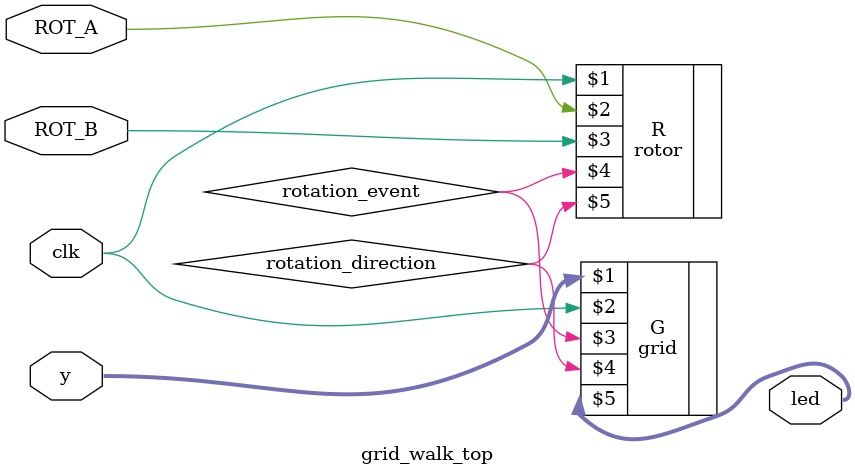
<source format=v>
`timescale 1ns / 1ps
module grid_walk_top(clk, ROT_A, ROT_B, y, led
    );

	input clk, ROT_A, ROT_B;
	input [3:0] y;
	
	output [7:0] led;
	wire rotation_event, rotation_direction;
	wire [7:0] led;
	
	rotor R(clk, ROT_A, ROT_B, rotation_event, rotation_direction);
	grid G(y, clk, rotation_event, rotation_direction, led);

endmodule

</source>
